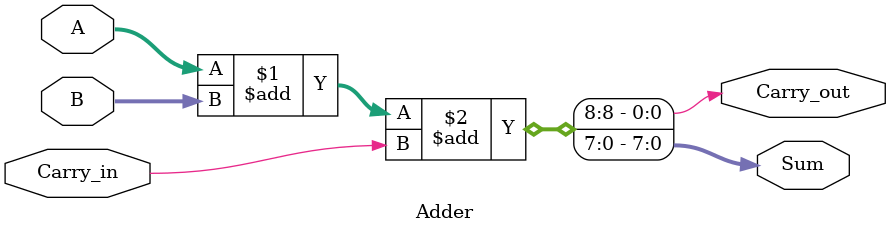
<source format=v>
module Adder(
    input [7:0] A,B,
    input Carry_in,
    output [7:0] Sum,
    output Carry_out
);
    assign {Carry_out, Sum} = A + B + Carry_in;
endmodule
</source>
